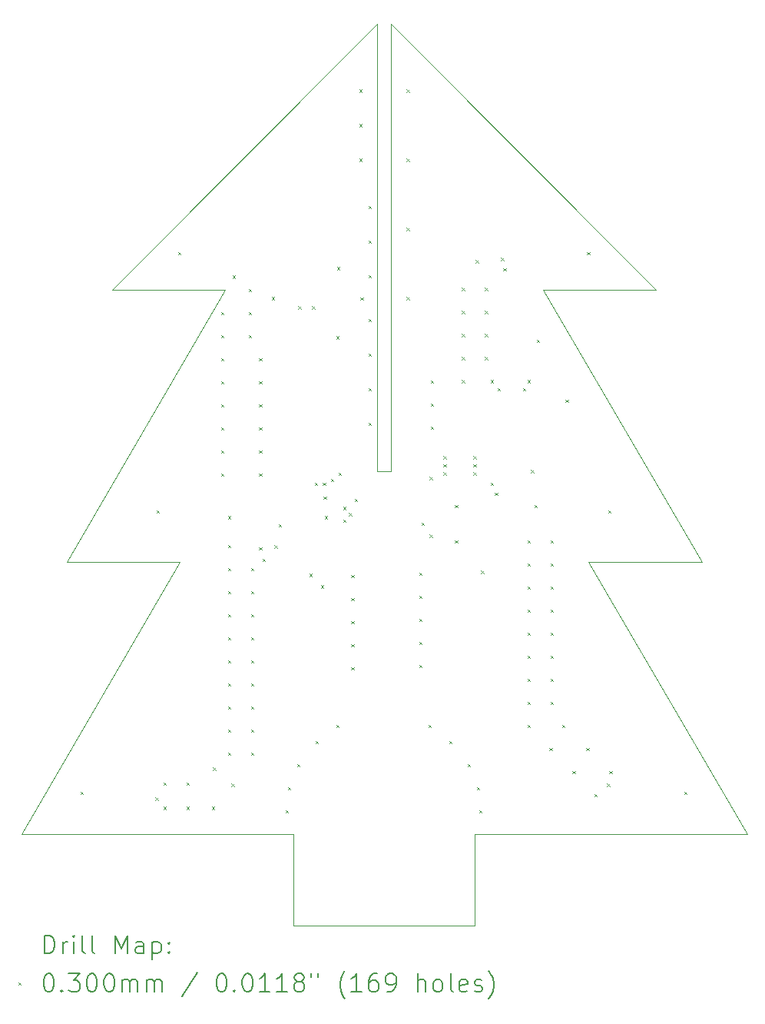
<source format=gbr>
%TF.GenerationSoftware,KiCad,Pcbnew,(6.0.9)*%
%TF.CreationDate,2022-12-09T22:04:49+01:00*%
%TF.ProjectId,PartoUno,50617274-6f55-46e6-9f2e-6b696361645f,rev?*%
%TF.SameCoordinates,Original*%
%TF.FileFunction,Drillmap*%
%TF.FilePolarity,Positive*%
%FSLAX45Y45*%
G04 Gerber Fmt 4.5, Leading zero omitted, Abs format (unit mm)*
G04 Created by KiCad (PCBNEW (6.0.9)) date 2022-12-09 22:04:49*
%MOMM*%
%LPD*%
G01*
G04 APERTURE LIST*
%ADD10C,0.038100*%
%ADD11C,0.200000*%
%ADD12C,0.030000*%
G04 APERTURE END LIST*
D10*
X13975000Y-5375000D02*
X13975000Y-10300000D01*
X13050000Y-14300000D02*
X10050000Y-14300000D01*
X10050000Y-14300000D02*
X11800000Y-11300000D01*
X13050000Y-15300000D02*
X13050000Y-14300000D01*
X14125000Y-5375000D02*
X17050000Y-8300000D01*
X11050000Y-8300000D02*
X12300000Y-8300000D01*
X11800000Y-11300000D02*
X10550000Y-11300000D01*
X11050000Y-8300000D02*
X13975000Y-5375000D01*
X15050000Y-15300000D02*
X13050000Y-15300000D01*
X14125000Y-10300000D02*
X14125000Y-5375000D01*
X18050000Y-14300000D02*
X15050000Y-14300000D01*
X13975000Y-10300000D02*
X14125000Y-10300000D01*
X15800000Y-8300000D02*
X17550000Y-11300000D01*
X15800000Y-8300000D02*
X17050000Y-8300000D01*
X17550000Y-11300000D02*
X16300000Y-11300000D01*
X10550000Y-11300000D02*
X12300000Y-8300000D01*
X16300000Y-11300000D02*
X18050000Y-14300000D01*
X15050000Y-14300000D02*
X15050000Y-15300000D01*
D11*
D12*
X10703800Y-13828000D02*
X10733800Y-13858000D01*
X10733800Y-13828000D02*
X10703800Y-13858000D01*
X11529300Y-13891500D02*
X11559300Y-13921500D01*
X11559300Y-13891500D02*
X11529300Y-13921500D01*
X11542000Y-10729200D02*
X11572000Y-10759200D01*
X11572000Y-10729200D02*
X11542000Y-10759200D01*
X11618200Y-13726400D02*
X11648200Y-13756400D01*
X11648200Y-13726400D02*
X11618200Y-13756400D01*
X11618200Y-13993100D02*
X11648200Y-14023100D01*
X11648200Y-13993100D02*
X11618200Y-14023100D01*
X11776900Y-7884400D02*
X11806900Y-7914400D01*
X11806900Y-7884400D02*
X11776900Y-7914400D01*
X11872200Y-13726400D02*
X11902200Y-13756400D01*
X11902200Y-13726400D02*
X11872200Y-13756400D01*
X11872200Y-13993100D02*
X11902200Y-14023100D01*
X11902200Y-13993100D02*
X11872200Y-14023100D01*
X12151600Y-13993100D02*
X12181600Y-14023100D01*
X12181600Y-13993100D02*
X12151600Y-14023100D01*
X12164300Y-13561300D02*
X12194300Y-13591300D01*
X12194300Y-13561300D02*
X12164300Y-13591300D01*
X12253200Y-8544800D02*
X12283200Y-8574800D01*
X12283200Y-8544800D02*
X12253200Y-8574800D01*
X12253200Y-8798800D02*
X12283200Y-8828800D01*
X12283200Y-8798800D02*
X12253200Y-8828800D01*
X12253200Y-9052800D02*
X12283200Y-9082800D01*
X12283200Y-9052800D02*
X12253200Y-9082800D01*
X12253200Y-9306800D02*
X12283200Y-9336800D01*
X12283200Y-9306800D02*
X12253200Y-9336800D01*
X12253200Y-9560800D02*
X12283200Y-9590800D01*
X12283200Y-9560800D02*
X12253200Y-9590800D01*
X12253200Y-9814800D02*
X12283200Y-9844800D01*
X12283200Y-9814800D02*
X12253200Y-9844800D01*
X12253200Y-10068800D02*
X12283200Y-10098800D01*
X12283200Y-10068800D02*
X12253200Y-10098800D01*
X12253200Y-10322800D02*
X12283200Y-10352800D01*
X12283200Y-10322800D02*
X12253200Y-10352800D01*
X12327900Y-10790900D02*
X12357900Y-10820900D01*
X12357900Y-10790900D02*
X12327900Y-10820900D01*
X12329400Y-11110200D02*
X12359400Y-11140200D01*
X12359400Y-11110200D02*
X12329400Y-11140200D01*
X12329400Y-11364200D02*
X12359400Y-11394200D01*
X12359400Y-11364200D02*
X12329400Y-11394200D01*
X12329400Y-11618200D02*
X12359400Y-11648200D01*
X12359400Y-11618200D02*
X12329400Y-11648200D01*
X12329400Y-11872200D02*
X12359400Y-11902200D01*
X12359400Y-11872200D02*
X12329400Y-11902200D01*
X12329400Y-12126200D02*
X12359400Y-12156200D01*
X12359400Y-12126200D02*
X12329400Y-12156200D01*
X12329400Y-12380200D02*
X12359400Y-12410200D01*
X12359400Y-12380200D02*
X12329400Y-12410200D01*
X12329400Y-12634200D02*
X12359400Y-12664200D01*
X12359400Y-12634200D02*
X12329400Y-12664200D01*
X12329400Y-12888200D02*
X12359400Y-12918200D01*
X12359400Y-12888200D02*
X12329400Y-12918200D01*
X12329400Y-13142200D02*
X12359400Y-13172200D01*
X12359400Y-13142200D02*
X12329400Y-13172200D01*
X12329400Y-13396200D02*
X12359400Y-13426200D01*
X12359400Y-13396200D02*
X12329400Y-13426200D01*
X12367500Y-13739100D02*
X12397500Y-13769100D01*
X12397500Y-13739100D02*
X12367500Y-13769100D01*
X12380200Y-8141600D02*
X12410200Y-8171600D01*
X12410200Y-8141600D02*
X12380200Y-8171600D01*
X12558000Y-8290800D02*
X12588000Y-8320800D01*
X12588000Y-8290800D02*
X12558000Y-8320800D01*
X12558000Y-8544800D02*
X12588000Y-8574800D01*
X12588000Y-8544800D02*
X12558000Y-8574800D01*
X12558000Y-8798800D02*
X12588000Y-8828800D01*
X12588000Y-8798800D02*
X12558000Y-8828800D01*
X12583400Y-11364200D02*
X12613400Y-11394200D01*
X12613400Y-11364200D02*
X12583400Y-11394200D01*
X12583400Y-11618200D02*
X12613400Y-11648200D01*
X12613400Y-11618200D02*
X12583400Y-11648200D01*
X12583400Y-11872200D02*
X12613400Y-11902200D01*
X12613400Y-11872200D02*
X12583400Y-11902200D01*
X12583400Y-12126200D02*
X12613400Y-12156200D01*
X12613400Y-12126200D02*
X12583400Y-12156200D01*
X12583400Y-12380200D02*
X12613400Y-12410200D01*
X12613400Y-12380200D02*
X12583400Y-12410200D01*
X12583400Y-12634200D02*
X12613400Y-12664200D01*
X12613400Y-12634200D02*
X12583400Y-12664200D01*
X12583400Y-12888200D02*
X12613400Y-12918200D01*
X12613400Y-12888200D02*
X12583400Y-12918200D01*
X12583400Y-13142200D02*
X12613400Y-13172200D01*
X12613400Y-13142200D02*
X12583400Y-13172200D01*
X12583400Y-13396200D02*
X12613400Y-13426200D01*
X12613400Y-13396200D02*
X12583400Y-13426200D01*
X12672300Y-9052800D02*
X12702300Y-9082800D01*
X12702300Y-9052800D02*
X12672300Y-9082800D01*
X12672300Y-9306800D02*
X12702300Y-9336800D01*
X12702300Y-9306800D02*
X12672300Y-9336800D01*
X12672300Y-9560800D02*
X12702300Y-9590800D01*
X12702300Y-9560800D02*
X12672300Y-9590800D01*
X12672300Y-9814800D02*
X12702300Y-9844800D01*
X12702300Y-9814800D02*
X12672300Y-9844800D01*
X12672300Y-10068800D02*
X12702300Y-10098800D01*
X12702300Y-10068800D02*
X12672300Y-10098800D01*
X12672300Y-10322800D02*
X12702300Y-10352800D01*
X12702300Y-10322800D02*
X12672300Y-10352800D01*
X12672300Y-11135600D02*
X12702300Y-11165600D01*
X12702300Y-11135600D02*
X12672300Y-11165600D01*
X12710400Y-11262600D02*
X12740400Y-11292600D01*
X12740400Y-11262600D02*
X12710400Y-11292600D01*
X12812000Y-8379700D02*
X12842000Y-8409700D01*
X12842000Y-8379700D02*
X12812000Y-8409700D01*
X12842100Y-11114900D02*
X12872100Y-11144900D01*
X12872100Y-11114900D02*
X12842100Y-11144900D01*
X12888200Y-10881600D02*
X12918200Y-10911600D01*
X12918200Y-10881600D02*
X12888200Y-10911600D01*
X12964400Y-14031200D02*
X12994400Y-14061200D01*
X12994400Y-14031200D02*
X12964400Y-14061200D01*
X12989800Y-13777200D02*
X13019800Y-13807200D01*
X13019800Y-13777200D02*
X12989800Y-13807200D01*
X13091400Y-13523200D02*
X13121400Y-13553200D01*
X13121400Y-13523200D02*
X13091400Y-13553200D01*
X13104100Y-8481300D02*
X13134100Y-8511300D01*
X13134100Y-8481300D02*
X13104100Y-8511300D01*
X13225640Y-11427700D02*
X13255640Y-11457700D01*
X13255640Y-11427700D02*
X13225640Y-11457700D01*
X13256500Y-8481300D02*
X13286500Y-8511300D01*
X13286500Y-8481300D02*
X13256500Y-8511300D01*
X13284440Y-10424400D02*
X13314440Y-10454400D01*
X13314440Y-10424400D02*
X13284440Y-10454400D01*
X13294600Y-13269200D02*
X13324600Y-13299200D01*
X13324600Y-13269200D02*
X13294600Y-13299200D01*
X13352640Y-11554700D02*
X13382640Y-11584700D01*
X13382640Y-11554700D02*
X13352640Y-11584700D01*
X13375880Y-10424400D02*
X13405880Y-10454400D01*
X13405880Y-10424400D02*
X13375880Y-10454400D01*
X13380960Y-10576800D02*
X13410960Y-10606800D01*
X13410960Y-10576800D02*
X13380960Y-10606800D01*
X13393660Y-10794200D02*
X13423660Y-10824200D01*
X13423660Y-10794200D02*
X13393660Y-10824200D01*
X13462240Y-10383760D02*
X13492240Y-10413760D01*
X13492240Y-10383760D02*
X13462240Y-10413760D01*
X13523200Y-8811500D02*
X13553200Y-8841500D01*
X13553200Y-8811500D02*
X13523200Y-8841500D01*
X13523200Y-13091400D02*
X13553200Y-13121400D01*
X13553200Y-13091400D02*
X13523200Y-13121400D01*
X13530050Y-8048250D02*
X13560050Y-8078250D01*
X13560050Y-8048250D02*
X13530050Y-8078250D01*
X13546060Y-10315180D02*
X13576060Y-10345180D01*
X13576060Y-10315180D02*
X13546060Y-10345180D01*
X13597370Y-10831310D02*
X13627370Y-10861310D01*
X13627370Y-10831310D02*
X13597370Y-10861310D01*
X13597898Y-10692138D02*
X13627898Y-10722138D01*
X13627898Y-10692138D02*
X13597898Y-10722138D01*
X13660360Y-10759680D02*
X13690360Y-10789680D01*
X13690360Y-10759680D02*
X13660360Y-10789680D01*
X13688300Y-11440400D02*
X13718300Y-11470400D01*
X13718300Y-11440400D02*
X13688300Y-11470400D01*
X13688300Y-11694400D02*
X13718300Y-11724400D01*
X13718300Y-11694400D02*
X13688300Y-11724400D01*
X13688300Y-11948400D02*
X13718300Y-11978400D01*
X13718300Y-11948400D02*
X13688300Y-11978400D01*
X13688300Y-12202400D02*
X13718300Y-12232400D01*
X13718300Y-12202400D02*
X13688300Y-12232400D01*
X13688300Y-12456400D02*
X13718300Y-12486400D01*
X13718300Y-12456400D02*
X13688300Y-12486400D01*
X13723860Y-10602200D02*
X13753860Y-10632200D01*
X13753860Y-10602200D02*
X13723860Y-10632200D01*
X13777200Y-6093700D02*
X13807200Y-6123700D01*
X13807200Y-6093700D02*
X13777200Y-6123700D01*
X13777200Y-6474700D02*
X13807200Y-6504700D01*
X13807200Y-6474700D02*
X13777200Y-6504700D01*
X13777200Y-6855700D02*
X13807200Y-6885700D01*
X13807200Y-6855700D02*
X13777200Y-6885700D01*
X13787360Y-8382240D02*
X13817360Y-8412240D01*
X13817360Y-8382240D02*
X13787360Y-8412240D01*
X13878800Y-7376400D02*
X13908800Y-7406400D01*
X13908800Y-7376400D02*
X13878800Y-7406400D01*
X13878800Y-7757400D02*
X13908800Y-7787400D01*
X13908800Y-7757400D02*
X13878800Y-7787400D01*
X13878800Y-8138400D02*
X13908800Y-8168400D01*
X13908800Y-8138400D02*
X13878800Y-8168400D01*
X13878800Y-8621000D02*
X13908800Y-8651000D01*
X13908800Y-8621000D02*
X13878800Y-8651000D01*
X13878800Y-9002000D02*
X13908800Y-9032000D01*
X13908800Y-9002000D02*
X13878800Y-9032000D01*
X13878800Y-9383000D02*
X13908800Y-9413000D01*
X13908800Y-9383000D02*
X13878800Y-9413000D01*
X13878800Y-9764000D02*
X13908800Y-9794000D01*
X13908800Y-9764000D02*
X13878800Y-9794000D01*
X14297900Y-6093700D02*
X14327900Y-6123700D01*
X14327900Y-6093700D02*
X14297900Y-6123700D01*
X14297900Y-6855700D02*
X14327900Y-6885700D01*
X14327900Y-6855700D02*
X14297900Y-6885700D01*
X14297900Y-7617700D02*
X14327900Y-7647700D01*
X14327900Y-7617700D02*
X14297900Y-7647700D01*
X14297900Y-8379700D02*
X14327900Y-8409700D01*
X14327900Y-8379700D02*
X14297900Y-8409700D01*
X14437600Y-11415000D02*
X14467600Y-11445000D01*
X14467600Y-11415000D02*
X14437600Y-11445000D01*
X14437600Y-11669000D02*
X14467600Y-11699000D01*
X14467600Y-11669000D02*
X14437600Y-11699000D01*
X14437600Y-11923000D02*
X14467600Y-11953000D01*
X14467600Y-11923000D02*
X14437600Y-11953000D01*
X14437600Y-12177000D02*
X14467600Y-12207000D01*
X14467600Y-12177000D02*
X14437600Y-12207000D01*
X14437600Y-12431000D02*
X14467600Y-12461000D01*
X14467600Y-12431000D02*
X14437600Y-12461000D01*
X14463000Y-10863300D02*
X14493000Y-10893300D01*
X14493000Y-10863300D02*
X14463000Y-10893300D01*
X14539200Y-13091400D02*
X14569200Y-13121400D01*
X14569200Y-13091400D02*
X14539200Y-13121400D01*
X14551900Y-10360900D02*
X14581900Y-10390900D01*
X14581900Y-10360900D02*
X14551900Y-10390900D01*
X14551900Y-10995900D02*
X14581900Y-11025900D01*
X14581900Y-10995900D02*
X14551900Y-11025900D01*
X14564600Y-9296640D02*
X14594600Y-9326640D01*
X14594600Y-9296640D02*
X14564600Y-9326640D01*
X14564600Y-9550640D02*
X14594600Y-9580640D01*
X14594600Y-9550640D02*
X14564600Y-9580640D01*
X14564600Y-9804640D02*
X14594600Y-9834640D01*
X14594600Y-9804640D02*
X14564600Y-9834640D01*
X14704300Y-10132300D02*
X14734300Y-10162300D01*
X14734300Y-10132300D02*
X14704300Y-10162300D01*
X14704300Y-10221200D02*
X14734300Y-10251200D01*
X14734300Y-10221200D02*
X14704300Y-10251200D01*
X14704300Y-10310100D02*
X14734300Y-10340100D01*
X14734300Y-10310100D02*
X14704300Y-10340100D01*
X14767800Y-13269200D02*
X14797800Y-13299200D01*
X14797800Y-13269200D02*
X14767800Y-13299200D01*
X14828700Y-10668300D02*
X14858700Y-10698300D01*
X14858700Y-10668300D02*
X14828700Y-10698300D01*
X14831300Y-11059400D02*
X14861300Y-11089400D01*
X14861300Y-11059400D02*
X14831300Y-11089400D01*
X14907500Y-8278100D02*
X14937500Y-8308100D01*
X14937500Y-8278100D02*
X14907500Y-8308100D01*
X14907500Y-8532100D02*
X14937500Y-8562100D01*
X14937500Y-8532100D02*
X14907500Y-8562100D01*
X14907500Y-8786100D02*
X14937500Y-8816100D01*
X14937500Y-8786100D02*
X14907500Y-8816100D01*
X14907500Y-9040100D02*
X14937500Y-9070100D01*
X14937500Y-9040100D02*
X14907500Y-9070100D01*
X14907500Y-9294100D02*
X14937500Y-9324100D01*
X14937500Y-9294100D02*
X14907500Y-9324100D01*
X14971000Y-13523200D02*
X15001000Y-13553200D01*
X15001000Y-13523200D02*
X14971000Y-13553200D01*
X15034500Y-10132300D02*
X15064500Y-10162300D01*
X15064500Y-10132300D02*
X15034500Y-10162300D01*
X15034500Y-10221200D02*
X15064500Y-10251200D01*
X15064500Y-10221200D02*
X15034500Y-10251200D01*
X15034500Y-10310100D02*
X15064500Y-10340100D01*
X15064500Y-10310100D02*
X15034500Y-10340100D01*
X15059900Y-7973300D02*
X15089900Y-8003300D01*
X15089900Y-7973300D02*
X15059900Y-8003300D01*
X15072600Y-13777200D02*
X15102600Y-13807200D01*
X15102600Y-13777200D02*
X15072600Y-13807200D01*
X15098000Y-14031200D02*
X15128000Y-14061200D01*
X15128000Y-14031200D02*
X15098000Y-14061200D01*
X15118700Y-11394300D02*
X15148700Y-11424300D01*
X15148700Y-11394300D02*
X15118700Y-11424300D01*
X15161500Y-8278100D02*
X15191500Y-8308100D01*
X15191500Y-8278100D02*
X15161500Y-8308100D01*
X15161500Y-8532100D02*
X15191500Y-8562100D01*
X15191500Y-8532100D02*
X15161500Y-8562100D01*
X15161500Y-8786100D02*
X15191500Y-8816100D01*
X15191500Y-8786100D02*
X15161500Y-8816100D01*
X15161500Y-9040100D02*
X15191500Y-9070100D01*
X15191500Y-9040100D02*
X15161500Y-9070100D01*
X15225000Y-9294100D02*
X15255000Y-9324100D01*
X15255000Y-9294100D02*
X15225000Y-9324100D01*
X15225000Y-10424400D02*
X15255000Y-10454400D01*
X15255000Y-10424400D02*
X15225000Y-10454400D01*
X15269950Y-10532850D02*
X15299950Y-10562850D01*
X15299950Y-10532850D02*
X15269950Y-10562850D01*
X15301200Y-9383000D02*
X15331200Y-9413000D01*
X15331200Y-9383000D02*
X15301200Y-9413000D01*
X15339300Y-7947900D02*
X15369300Y-7977900D01*
X15369300Y-7947900D02*
X15339300Y-7977900D01*
X15364700Y-8062200D02*
X15394700Y-8092200D01*
X15394700Y-8062200D02*
X15364700Y-8092200D01*
X15580600Y-9383000D02*
X15610600Y-9413000D01*
X15610600Y-9383000D02*
X15580600Y-9413000D01*
X15631400Y-9294100D02*
X15661400Y-9324100D01*
X15661400Y-9294100D02*
X15631400Y-9324100D01*
X15631400Y-11059400D02*
X15661400Y-11089400D01*
X15661400Y-11059400D02*
X15631400Y-11089400D01*
X15631400Y-11313400D02*
X15661400Y-11343400D01*
X15661400Y-11313400D02*
X15631400Y-11343400D01*
X15631400Y-11567400D02*
X15661400Y-11597400D01*
X15661400Y-11567400D02*
X15631400Y-11597400D01*
X15631400Y-11821400D02*
X15661400Y-11851400D01*
X15661400Y-11821400D02*
X15631400Y-11851400D01*
X15631400Y-12075400D02*
X15661400Y-12105400D01*
X15661400Y-12075400D02*
X15631400Y-12105400D01*
X15631400Y-12329400D02*
X15661400Y-12359400D01*
X15661400Y-12329400D02*
X15631400Y-12359400D01*
X15631400Y-12583400D02*
X15661400Y-12613400D01*
X15661400Y-12583400D02*
X15631400Y-12613400D01*
X15631400Y-12837400D02*
X15661400Y-12867400D01*
X15661400Y-12837400D02*
X15631400Y-12867400D01*
X15631400Y-13091400D02*
X15661400Y-13121400D01*
X15661400Y-13091400D02*
X15631400Y-13121400D01*
X15666200Y-10284700D02*
X15696200Y-10314700D01*
X15696200Y-10284700D02*
X15666200Y-10314700D01*
X15708050Y-10668300D02*
X15738050Y-10698300D01*
X15738050Y-10668300D02*
X15708050Y-10698300D01*
X15733000Y-8849600D02*
X15763000Y-8879600D01*
X15763000Y-8849600D02*
X15733000Y-8879600D01*
X15872700Y-13345400D02*
X15902700Y-13375400D01*
X15902700Y-13345400D02*
X15872700Y-13375400D01*
X15885400Y-11059400D02*
X15915400Y-11089400D01*
X15915400Y-11059400D02*
X15885400Y-11089400D01*
X15885400Y-11313400D02*
X15915400Y-11343400D01*
X15915400Y-11313400D02*
X15885400Y-11343400D01*
X15885400Y-11567400D02*
X15915400Y-11597400D01*
X15915400Y-11567400D02*
X15885400Y-11597400D01*
X15885400Y-11821400D02*
X15915400Y-11851400D01*
X15915400Y-11821400D02*
X15885400Y-11851400D01*
X15885400Y-12075400D02*
X15915400Y-12105400D01*
X15915400Y-12075400D02*
X15885400Y-12105400D01*
X15885400Y-12329400D02*
X15915400Y-12359400D01*
X15915400Y-12329400D02*
X15885400Y-12359400D01*
X15885400Y-12583400D02*
X15915400Y-12613400D01*
X15915400Y-12583400D02*
X15885400Y-12613400D01*
X15885400Y-12837400D02*
X15915400Y-12867400D01*
X15915400Y-12837400D02*
X15885400Y-12867400D01*
X16012400Y-13091400D02*
X16042400Y-13121400D01*
X16042400Y-13091400D02*
X16012400Y-13121400D01*
X16047200Y-9510000D02*
X16077200Y-9540000D01*
X16077200Y-9510000D02*
X16047200Y-9540000D01*
X16126700Y-13599400D02*
X16156700Y-13629400D01*
X16156700Y-13599400D02*
X16126700Y-13629400D01*
X16279100Y-13345400D02*
X16309100Y-13375400D01*
X16309100Y-13345400D02*
X16279100Y-13375400D01*
X16285500Y-7884400D02*
X16315500Y-7914400D01*
X16315500Y-7884400D02*
X16285500Y-7914400D01*
X16368000Y-13853400D02*
X16398000Y-13883400D01*
X16398000Y-13853400D02*
X16368000Y-13883400D01*
X16507700Y-13739100D02*
X16537700Y-13769100D01*
X16537700Y-13739100D02*
X16507700Y-13769100D01*
X16520400Y-10729200D02*
X16550400Y-10759200D01*
X16550400Y-10729200D02*
X16520400Y-10759200D01*
X16533100Y-13599400D02*
X16563100Y-13629400D01*
X16563100Y-13599400D02*
X16533100Y-13629400D01*
X17358600Y-13828000D02*
X17388600Y-13858000D01*
X17388600Y-13828000D02*
X17358600Y-13858000D01*
D11*
X10305714Y-15612381D02*
X10305714Y-15412381D01*
X10353333Y-15412381D01*
X10381905Y-15421905D01*
X10400952Y-15440953D01*
X10410476Y-15460000D01*
X10420000Y-15498095D01*
X10420000Y-15526667D01*
X10410476Y-15564762D01*
X10400952Y-15583810D01*
X10381905Y-15602857D01*
X10353333Y-15612381D01*
X10305714Y-15612381D01*
X10505714Y-15612381D02*
X10505714Y-15479048D01*
X10505714Y-15517143D02*
X10515238Y-15498095D01*
X10524762Y-15488572D01*
X10543809Y-15479048D01*
X10562857Y-15479048D01*
X10629524Y-15612381D02*
X10629524Y-15479048D01*
X10629524Y-15412381D02*
X10620000Y-15421905D01*
X10629524Y-15431429D01*
X10639047Y-15421905D01*
X10629524Y-15412381D01*
X10629524Y-15431429D01*
X10753333Y-15612381D02*
X10734285Y-15602857D01*
X10724762Y-15583810D01*
X10724762Y-15412381D01*
X10858095Y-15612381D02*
X10839047Y-15602857D01*
X10829524Y-15583810D01*
X10829524Y-15412381D01*
X11086666Y-15612381D02*
X11086666Y-15412381D01*
X11153333Y-15555238D01*
X11220000Y-15412381D01*
X11220000Y-15612381D01*
X11400952Y-15612381D02*
X11400952Y-15507619D01*
X11391428Y-15488572D01*
X11372381Y-15479048D01*
X11334285Y-15479048D01*
X11315238Y-15488572D01*
X11400952Y-15602857D02*
X11381904Y-15612381D01*
X11334285Y-15612381D01*
X11315238Y-15602857D01*
X11305714Y-15583810D01*
X11305714Y-15564762D01*
X11315238Y-15545714D01*
X11334285Y-15536191D01*
X11381904Y-15536191D01*
X11400952Y-15526667D01*
X11496190Y-15479048D02*
X11496190Y-15679048D01*
X11496190Y-15488572D02*
X11515238Y-15479048D01*
X11553333Y-15479048D01*
X11572381Y-15488572D01*
X11581904Y-15498095D01*
X11591428Y-15517143D01*
X11591428Y-15574286D01*
X11581904Y-15593333D01*
X11572381Y-15602857D01*
X11553333Y-15612381D01*
X11515238Y-15612381D01*
X11496190Y-15602857D01*
X11677143Y-15593333D02*
X11686666Y-15602857D01*
X11677143Y-15612381D01*
X11667619Y-15602857D01*
X11677143Y-15593333D01*
X11677143Y-15612381D01*
X11677143Y-15488572D02*
X11686666Y-15498095D01*
X11677143Y-15507619D01*
X11667619Y-15498095D01*
X11677143Y-15488572D01*
X11677143Y-15507619D01*
D12*
X10018095Y-15926905D02*
X10048095Y-15956905D01*
X10048095Y-15926905D02*
X10018095Y-15956905D01*
D11*
X10343809Y-15832381D02*
X10362857Y-15832381D01*
X10381905Y-15841905D01*
X10391428Y-15851429D01*
X10400952Y-15870476D01*
X10410476Y-15908572D01*
X10410476Y-15956191D01*
X10400952Y-15994286D01*
X10391428Y-16013333D01*
X10381905Y-16022857D01*
X10362857Y-16032381D01*
X10343809Y-16032381D01*
X10324762Y-16022857D01*
X10315238Y-16013333D01*
X10305714Y-15994286D01*
X10296190Y-15956191D01*
X10296190Y-15908572D01*
X10305714Y-15870476D01*
X10315238Y-15851429D01*
X10324762Y-15841905D01*
X10343809Y-15832381D01*
X10496190Y-16013333D02*
X10505714Y-16022857D01*
X10496190Y-16032381D01*
X10486666Y-16022857D01*
X10496190Y-16013333D01*
X10496190Y-16032381D01*
X10572381Y-15832381D02*
X10696190Y-15832381D01*
X10629524Y-15908572D01*
X10658095Y-15908572D01*
X10677143Y-15918095D01*
X10686666Y-15927619D01*
X10696190Y-15946667D01*
X10696190Y-15994286D01*
X10686666Y-16013333D01*
X10677143Y-16022857D01*
X10658095Y-16032381D01*
X10600952Y-16032381D01*
X10581905Y-16022857D01*
X10572381Y-16013333D01*
X10820000Y-15832381D02*
X10839047Y-15832381D01*
X10858095Y-15841905D01*
X10867619Y-15851429D01*
X10877143Y-15870476D01*
X10886666Y-15908572D01*
X10886666Y-15956191D01*
X10877143Y-15994286D01*
X10867619Y-16013333D01*
X10858095Y-16022857D01*
X10839047Y-16032381D01*
X10820000Y-16032381D01*
X10800952Y-16022857D01*
X10791428Y-16013333D01*
X10781905Y-15994286D01*
X10772381Y-15956191D01*
X10772381Y-15908572D01*
X10781905Y-15870476D01*
X10791428Y-15851429D01*
X10800952Y-15841905D01*
X10820000Y-15832381D01*
X11010476Y-15832381D02*
X11029524Y-15832381D01*
X11048571Y-15841905D01*
X11058095Y-15851429D01*
X11067619Y-15870476D01*
X11077143Y-15908572D01*
X11077143Y-15956191D01*
X11067619Y-15994286D01*
X11058095Y-16013333D01*
X11048571Y-16022857D01*
X11029524Y-16032381D01*
X11010476Y-16032381D01*
X10991428Y-16022857D01*
X10981905Y-16013333D01*
X10972381Y-15994286D01*
X10962857Y-15956191D01*
X10962857Y-15908572D01*
X10972381Y-15870476D01*
X10981905Y-15851429D01*
X10991428Y-15841905D01*
X11010476Y-15832381D01*
X11162857Y-16032381D02*
X11162857Y-15899048D01*
X11162857Y-15918095D02*
X11172381Y-15908572D01*
X11191428Y-15899048D01*
X11220000Y-15899048D01*
X11239047Y-15908572D01*
X11248571Y-15927619D01*
X11248571Y-16032381D01*
X11248571Y-15927619D02*
X11258095Y-15908572D01*
X11277143Y-15899048D01*
X11305714Y-15899048D01*
X11324762Y-15908572D01*
X11334285Y-15927619D01*
X11334285Y-16032381D01*
X11429523Y-16032381D02*
X11429523Y-15899048D01*
X11429523Y-15918095D02*
X11439047Y-15908572D01*
X11458095Y-15899048D01*
X11486666Y-15899048D01*
X11505714Y-15908572D01*
X11515238Y-15927619D01*
X11515238Y-16032381D01*
X11515238Y-15927619D02*
X11524762Y-15908572D01*
X11543809Y-15899048D01*
X11572381Y-15899048D01*
X11591428Y-15908572D01*
X11600952Y-15927619D01*
X11600952Y-16032381D01*
X11991428Y-15822857D02*
X11820000Y-16080000D01*
X12248571Y-15832381D02*
X12267619Y-15832381D01*
X12286666Y-15841905D01*
X12296190Y-15851429D01*
X12305714Y-15870476D01*
X12315238Y-15908572D01*
X12315238Y-15956191D01*
X12305714Y-15994286D01*
X12296190Y-16013333D01*
X12286666Y-16022857D01*
X12267619Y-16032381D01*
X12248571Y-16032381D01*
X12229523Y-16022857D01*
X12220000Y-16013333D01*
X12210476Y-15994286D01*
X12200952Y-15956191D01*
X12200952Y-15908572D01*
X12210476Y-15870476D01*
X12220000Y-15851429D01*
X12229523Y-15841905D01*
X12248571Y-15832381D01*
X12400952Y-16013333D02*
X12410476Y-16022857D01*
X12400952Y-16032381D01*
X12391428Y-16022857D01*
X12400952Y-16013333D01*
X12400952Y-16032381D01*
X12534285Y-15832381D02*
X12553333Y-15832381D01*
X12572381Y-15841905D01*
X12581904Y-15851429D01*
X12591428Y-15870476D01*
X12600952Y-15908572D01*
X12600952Y-15956191D01*
X12591428Y-15994286D01*
X12581904Y-16013333D01*
X12572381Y-16022857D01*
X12553333Y-16032381D01*
X12534285Y-16032381D01*
X12515238Y-16022857D01*
X12505714Y-16013333D01*
X12496190Y-15994286D01*
X12486666Y-15956191D01*
X12486666Y-15908572D01*
X12496190Y-15870476D01*
X12505714Y-15851429D01*
X12515238Y-15841905D01*
X12534285Y-15832381D01*
X12791428Y-16032381D02*
X12677143Y-16032381D01*
X12734285Y-16032381D02*
X12734285Y-15832381D01*
X12715238Y-15860953D01*
X12696190Y-15880000D01*
X12677143Y-15889524D01*
X12981904Y-16032381D02*
X12867619Y-16032381D01*
X12924762Y-16032381D02*
X12924762Y-15832381D01*
X12905714Y-15860953D01*
X12886666Y-15880000D01*
X12867619Y-15889524D01*
X13096190Y-15918095D02*
X13077143Y-15908572D01*
X13067619Y-15899048D01*
X13058095Y-15880000D01*
X13058095Y-15870476D01*
X13067619Y-15851429D01*
X13077143Y-15841905D01*
X13096190Y-15832381D01*
X13134285Y-15832381D01*
X13153333Y-15841905D01*
X13162857Y-15851429D01*
X13172381Y-15870476D01*
X13172381Y-15880000D01*
X13162857Y-15899048D01*
X13153333Y-15908572D01*
X13134285Y-15918095D01*
X13096190Y-15918095D01*
X13077143Y-15927619D01*
X13067619Y-15937143D01*
X13058095Y-15956191D01*
X13058095Y-15994286D01*
X13067619Y-16013333D01*
X13077143Y-16022857D01*
X13096190Y-16032381D01*
X13134285Y-16032381D01*
X13153333Y-16022857D01*
X13162857Y-16013333D01*
X13172381Y-15994286D01*
X13172381Y-15956191D01*
X13162857Y-15937143D01*
X13153333Y-15927619D01*
X13134285Y-15918095D01*
X13248571Y-15832381D02*
X13248571Y-15870476D01*
X13324762Y-15832381D02*
X13324762Y-15870476D01*
X13620000Y-16108572D02*
X13610476Y-16099048D01*
X13591428Y-16070476D01*
X13581904Y-16051429D01*
X13572381Y-16022857D01*
X13562857Y-15975238D01*
X13562857Y-15937143D01*
X13572381Y-15889524D01*
X13581904Y-15860953D01*
X13591428Y-15841905D01*
X13610476Y-15813333D01*
X13620000Y-15803810D01*
X13800952Y-16032381D02*
X13686666Y-16032381D01*
X13743809Y-16032381D02*
X13743809Y-15832381D01*
X13724762Y-15860953D01*
X13705714Y-15880000D01*
X13686666Y-15889524D01*
X13972381Y-15832381D02*
X13934285Y-15832381D01*
X13915238Y-15841905D01*
X13905714Y-15851429D01*
X13886666Y-15880000D01*
X13877143Y-15918095D01*
X13877143Y-15994286D01*
X13886666Y-16013333D01*
X13896190Y-16022857D01*
X13915238Y-16032381D01*
X13953333Y-16032381D01*
X13972381Y-16022857D01*
X13981904Y-16013333D01*
X13991428Y-15994286D01*
X13991428Y-15946667D01*
X13981904Y-15927619D01*
X13972381Y-15918095D01*
X13953333Y-15908572D01*
X13915238Y-15908572D01*
X13896190Y-15918095D01*
X13886666Y-15927619D01*
X13877143Y-15946667D01*
X14086666Y-16032381D02*
X14124762Y-16032381D01*
X14143809Y-16022857D01*
X14153333Y-16013333D01*
X14172381Y-15984762D01*
X14181904Y-15946667D01*
X14181904Y-15870476D01*
X14172381Y-15851429D01*
X14162857Y-15841905D01*
X14143809Y-15832381D01*
X14105714Y-15832381D01*
X14086666Y-15841905D01*
X14077143Y-15851429D01*
X14067619Y-15870476D01*
X14067619Y-15918095D01*
X14077143Y-15937143D01*
X14086666Y-15946667D01*
X14105714Y-15956191D01*
X14143809Y-15956191D01*
X14162857Y-15946667D01*
X14172381Y-15937143D01*
X14181904Y-15918095D01*
X14420000Y-16032381D02*
X14420000Y-15832381D01*
X14505714Y-16032381D02*
X14505714Y-15927619D01*
X14496190Y-15908572D01*
X14477143Y-15899048D01*
X14448571Y-15899048D01*
X14429523Y-15908572D01*
X14420000Y-15918095D01*
X14629523Y-16032381D02*
X14610476Y-16022857D01*
X14600952Y-16013333D01*
X14591428Y-15994286D01*
X14591428Y-15937143D01*
X14600952Y-15918095D01*
X14610476Y-15908572D01*
X14629523Y-15899048D01*
X14658095Y-15899048D01*
X14677143Y-15908572D01*
X14686666Y-15918095D01*
X14696190Y-15937143D01*
X14696190Y-15994286D01*
X14686666Y-16013333D01*
X14677143Y-16022857D01*
X14658095Y-16032381D01*
X14629523Y-16032381D01*
X14810476Y-16032381D02*
X14791428Y-16022857D01*
X14781904Y-16003810D01*
X14781904Y-15832381D01*
X14962857Y-16022857D02*
X14943809Y-16032381D01*
X14905714Y-16032381D01*
X14886666Y-16022857D01*
X14877143Y-16003810D01*
X14877143Y-15927619D01*
X14886666Y-15908572D01*
X14905714Y-15899048D01*
X14943809Y-15899048D01*
X14962857Y-15908572D01*
X14972381Y-15927619D01*
X14972381Y-15946667D01*
X14877143Y-15965714D01*
X15048571Y-16022857D02*
X15067619Y-16032381D01*
X15105714Y-16032381D01*
X15124762Y-16022857D01*
X15134285Y-16003810D01*
X15134285Y-15994286D01*
X15124762Y-15975238D01*
X15105714Y-15965714D01*
X15077143Y-15965714D01*
X15058095Y-15956191D01*
X15048571Y-15937143D01*
X15048571Y-15927619D01*
X15058095Y-15908572D01*
X15077143Y-15899048D01*
X15105714Y-15899048D01*
X15124762Y-15908572D01*
X15200952Y-16108572D02*
X15210476Y-16099048D01*
X15229523Y-16070476D01*
X15239047Y-16051429D01*
X15248571Y-16022857D01*
X15258095Y-15975238D01*
X15258095Y-15937143D01*
X15248571Y-15889524D01*
X15239047Y-15860953D01*
X15229523Y-15841905D01*
X15210476Y-15813333D01*
X15200952Y-15803810D01*
M02*

</source>
